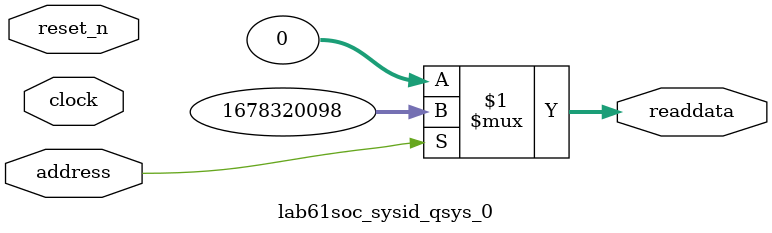
<source format=v>



// synthesis translate_off
`timescale 1ns / 1ps
// synthesis translate_on

// turn off superfluous verilog processor warnings 
// altera message_level Level1 
// altera message_off 10034 10035 10036 10037 10230 10240 10030 

module lab61soc_sysid_qsys_0 (
               // inputs:
                address,
                clock,
                reset_n,

               // outputs:
                readdata
             )
;

  output  [ 31: 0] readdata;
  input            address;
  input            clock;
  input            reset_n;

  wire    [ 31: 0] readdata;
  //control_slave, which is an e_avalon_slave
  assign readdata = address ? 1678320098 : 0;

endmodule



</source>
